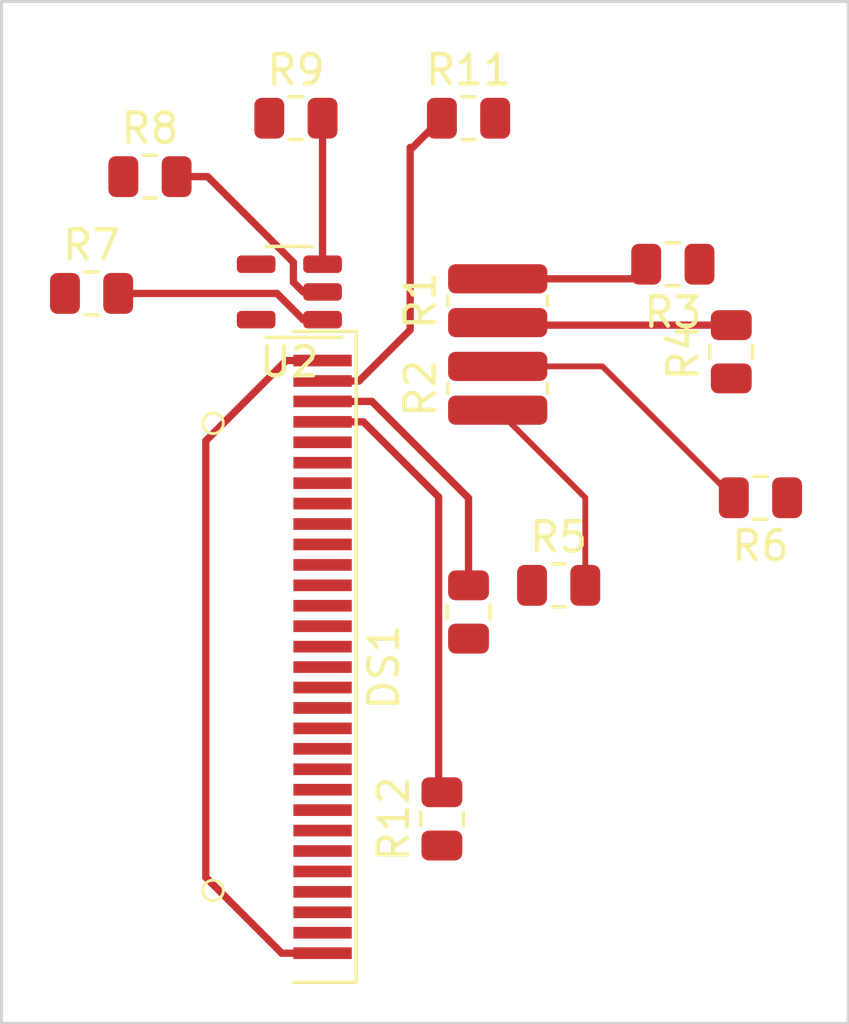
<source format=kicad_pcb>
(kicad_pcb (version 20240108) (generator "pcbnew") (generator_version "8.0")
  (layers (0 "F.Cu" signal) (31 "B.Cu" signal) (34 "B.Paste" user) (35 "F.Paste" user) (36 "B.SilkS" user "B.Silkscreen") (37 "F.SilkS" user "F.Silkscreen") (38 "B.Mask" user) (39 "F.Mask" user) (44 "Edge.Cuts" user))
  (net 0 "")
  (net 3 "Net-(DS1-GND-Pad1)")
  (net 29 "Net-(DS1-VCOMH)")
  (net 30 "Net-(DS1-VCC)")
  (net 31 "Net-(DS1-VLSS)")
  (net 32 "Net-(R1-Pad1)")
  (net 33 "Net-(R1-Pad2)")
  (net 34 "Net-(R2-Pad1)")
  (net 35 "Net-(R2-Pad2)")
  (net 41 "Net-(U2--)")
  (net 43 "Net-(U2-V-)")
  (net 45 "Net-(U2-+)")
  (footprint "Resistor_SMD:R_0805_2012Metric" (layer "F.Cu") (at 46 41)
    (property "Reference" "R11" (at 0 -1.65 0) (layer "F.SilkS"))
    (property "Value" "R")
    (fp_line (start -0.227064 -0.735) (end 0.227064 -0.735) (stroke (width 0.12)) (layer "F.SilkS"))
    (fp_line (start -0.227064 0.735) (end 0.227064 0.735) (stroke (width 0.12)) (layer "F.SilkS"))
    (pad "1" smd roundrect (at -0.9125 0) (size 1.025 1.4) (layers "F.Cu" "F.Paste" "F.Mask") (roundrect_rratio 0.243902) (net 31 "Net-(DS1-VLSS)"))
    (pad "2" smd roundrect (at 0.9125 0) (size 1.025 1.4) (layers "F.Cu" "F.Paste" "F.Mask") (roundrect_rratio 0.243902))
  )
  (footprint "Resistor_SMD:R_0612_1632Metric" (layer "F.Cu") (at 47 47.25 90)
    (property "Reference" "R1" (at 0 -2.65 90) (layer "F.SilkS"))
    (property "Value" "R")
    (fp_line (start -0.182983 -1.71) (end 0.182983 -1.71) (stroke (width 0.12)) (layer "F.SilkS"))
    (fp_line (start -0.182983 1.71) (end 0.182983 1.71) (stroke (width 0.12)) (layer "F.SilkS"))
    (pad "1" smd roundrect (at -0.75 0 90) (size 1 3.4) (layers "F.Cu" "F.Paste" "F.Mask") (net 32 "Net-(R1-Pad1)"))
    (pad "2" smd roundrect (at 0.75 0 90) (size 1 3.4) (layers "F.Cu" "F.Paste" "F.Mask") (net 33 "Net-(R1-Pad2)"))
  )
  (footprint "Package_TO_SOT_SMD:SOT-23-5" (layer "F.Cu") (at 39.8625 46.95 180)
    (property "Reference" "U2" (at 0 -2.4 0) (layer "F.SilkS"))
    (property "Value" "LM397")
    (fp_line (start 0 1.56) (end 0.8 1.56) (stroke (width 0.12)) (layer "F.SilkS"))
    (fp_line (start 0 1.56) (end -0.8 1.56) (stroke (width 0.12)) (layer "F.SilkS"))
    (fp_line (start 0 -1.56) (end 0.8 -1.56) (stroke (width 0.12)) (layer "F.SilkS"))
    (fp_line (start 0 -1.56) (end -1.8 -1.56) (stroke (width 0.12)) (layer "F.SilkS"))
    (pad "1" smd roundrect (at -1.1375 -0.95 180) (size 1.325 0.6) (layers "F.Cu" "F.Paste" "F.Mask") (net 41 "Net-(U2--)"))
    (pad "2" smd roundrect (at -1.1375 0 180) (size 1.325 0.6) (layers "F.Cu" "F.Paste" "F.Mask") (net 43 "Net-(U2-V-)"))
    (pad "3" smd roundrect (at -1.1375 0.95 180) (size 1.325 0.6) (layers "F.Cu" "F.Paste" "F.Mask") (net 45 "Net-(U2-+)"))
    (pad "4" smd roundrect (at 1.1375 0.95 180) (size 1.325 0.6) (layers "F.Cu" "F.Paste" "F.Mask"))
    (pad "5" smd roundrect (at 1.1375 -0.95 180) (size 1.325 0.6) (layers "F.Cu" "F.Paste" "F.Mask"))
  )
  (footprint "Resistor_SMD:R_0805_2012Metric" (layer "F.Cu") (at 33.0875 47)
    (property "Reference" "R7" (at 0 -1.65 0) (layer "F.SilkS"))
    (property "Value" "R")
    (fp_line (start -0.227064 -0.735) (end 0.227064 -0.735) (stroke (width 0.12)) (layer "F.SilkS"))
    (fp_line (start -0.227064 0.735) (end 0.227064 0.735) (stroke (width 0.12)) (layer "F.SilkS"))
    (pad "1" smd roundrect (at -0.9125 0) (size 1.025 1.4) (layers "F.Cu" "F.Paste" "F.Mask") (roundrect_rratio 0.243902))
    (pad "2" smd roundrect (at 0.9125 0) (size 1.025 1.4) (layers "F.Cu" "F.Paste" "F.Mask") (roundrect_rratio 0.243902) (net 41 "Net-(U2--)"))
  )
  (footprint "Resistor_SMD:R_0805_2012Metric" (layer "F.Cu") (at 40.0875 41)
    (property "Reference" "R9" (at 0 -1.65 0) (layer "F.SilkS"))
    (property "Value" "R")
    (fp_line (start -0.227064 -0.735) (end 0.227064 -0.735) (stroke (width 0.12)) (layer "F.SilkS"))
    (fp_line (start -0.227064 0.735) (end 0.227064 0.735) (stroke (width 0.12)) (layer "F.SilkS"))
    (pad "1" smd roundrect (at -0.9125 0) (size 1.025 1.4) (layers "F.Cu" "F.Paste" "F.Mask") (roundrect_rratio 0.243902))
    (pad "2" smd roundrect (at 0.9125 0) (size 1.025 1.4) (layers "F.Cu" "F.Paste" "F.Mask") (roundrect_rratio 0.243902) (net 45 "Net-(U2-+)"))
  )
  (footprint "Resistor_SMD:R_0612_1632Metric" (layer "F.Cu") (at 47 50.25 90)
    (property "Reference" "R2" (at 0 -2.65 90) (layer "F.SilkS"))
    (property "Value" "R")
    (fp_line (start -0.182983 -1.71) (end 0.182983 -1.71) (stroke (width 0.12)) (layer "F.SilkS"))
    (fp_line (start -0.182983 1.71) (end 0.182983 1.71) (stroke (width 0.12)) (layer "F.SilkS"))
    (pad "1" smd roundrect (at -0.75 0 90) (size 1 3.4) (layers "F.Cu" "F.Paste" "F.Mask") (net 34 "Net-(R2-Pad1)"))
    (pad "2" smd roundrect (at 0.75 0 90) (size 1 3.4) (layers "F.Cu" "F.Paste" "F.Mask") (net 35 "Net-(R2-Pad2)"))
  )
  (footprint "Resistor_SMD:R_0805_2012Metric" (layer "F.Cu") (at 56 54 180)
    (property "Reference" "R6" (at 0 -1.65 0) (layer "F.SilkS"))
    (property "Value" "R")
    (fp_line (start -0.227064 0.735) (end 0.227064 0.735) (stroke (width 0.12)) (layer "F.SilkS"))
    (fp_line (start -0.227064 -0.735) (end 0.227064 -0.735) (stroke (width 0.12)) (layer "F.SilkS"))
    (pad "1" smd roundrect (at -0.9125 0 180) (size 1.025 1.4) (layers "F.Cu" "F.Paste" "F.Mask") (roundrect_rratio 0.243902))
    (pad "2" smd roundrect (at 0.9125 0 180) (size 1.025 1.4) (layers "F.Cu" "F.Paste" "F.Mask") (roundrect_rratio 0.243902) (net 35 "Net-(R2-Pad2)"))
  )
  (footprint "Resistor_SMD:R_0805_2012Metric" (layer "F.Cu") (at 45.0875 65 90)
    (property "Reference" "R12" (at 0 -1.65 90) (layer "F.SilkS"))
    (property "Value" "R")
    (fp_line (start -0.227064 -0.735) (end 0.227064 -0.735) (stroke (width 0.12)) (layer "F.SilkS"))
    (fp_line (start -0.227064 0.735) (end 0.227064 0.735) (stroke (width 0.12)) (layer "F.SilkS"))
    (pad "1" smd roundrect (at -0.9125 0 90) (size 1.025 1.4) (layers "F.Cu" "F.Paste" "F.Mask") (roundrect_rratio 0.243902))
    (pad "2" smd roundrect (at 0.9125 0 90) (size 1.025 1.4) (layers "F.Cu" "F.Paste" "F.Mask") (roundrect_rratio 0.243902) (net 29 "Net-(DS1-VCOMH)"))
  )
  (footprint "Resistor_SMD:R_0805_2012Metric" (layer "F.Cu") (at 35.0875 43)
    (property "Reference" "R8" (at 0 -1.65 0) (layer "F.SilkS"))
    (property "Value" "R")
    (fp_line (start -0.227064 -0.735) (end 0.227064 -0.735) (stroke (width 0.12)) (layer "F.SilkS"))
    (fp_line (start -0.227064 0.735) (end 0.227064 0.735) (stroke (width 0.12)) (layer "F.SilkS"))
    (pad "1" smd roundrect (at -0.9125 0) (size 1.025 1.4) (layers "F.Cu" "F.Paste" "F.Mask") (roundrect_rratio 0.243902))
    (pad "2" smd roundrect (at 0.9125 0) (size 1.025 1.4) (layers "F.Cu" "F.Paste" "F.Mask") (roundrect_rratio 0.243902) (net 43 "Net-(U2-V-)"))
  )
  (footprint "Resistor_SMD:R_0805_2012Metric" (layer "F.Cu") (at 53 46 180)
    (property "Reference" "R3" (at 0 -1.65 0) (layer "F.SilkS"))
    (property "Value" "R")
    (fp_line (start -0.227064 0.735) (end 0.227064 0.735) (stroke (width 0.12)) (layer "F.SilkS"))
    (fp_line (start -0.227064 -0.735) (end 0.227064 -0.735) (stroke (width 0.12)) (layer "F.SilkS"))
    (pad "1" smd roundrect (at -0.9125 0 180) (size 1.025 1.4) (layers "F.Cu" "F.Paste" "F.Mask") (roundrect_rratio 0.243902))
    (pad "2" smd roundrect (at 0.9125 0 180) (size 1.025 1.4) (layers "F.Cu" "F.Paste" "F.Mask") (roundrect_rratio 0.243902) (net 33 "Net-(R1-Pad2)"))
  )
  (footprint "Display:OLED-128O064D" (layer "F.Cu") (at 41 59.45 90)
    (property "Reference" "DS1" (at -0.35 2.1 90) (layer "F.SilkS"))
    (property "Value" "OLED-128O064D")
    (fp_line (start -11.15 -1) (end -11.15 1.15) (stroke (width 0.12)) (layer "F.SilkS"))
    (fp_line (start 11.15 1.15) (end 11.15 -1) (stroke (width 0.12)) (layer "F.SilkS"))
    (fp_line (start -11.15 1.15) (end 11.15 1.15) (stroke (width 0.12)) (layer "F.SilkS"))
    (fp_circle (center 8 -3.75) (end 8.35 -3.75) (stroke (width 0.1)) (fill none) (layer "F.SilkS"))
    (fp_circle (center -8 -3.75) (end -7.65 -3.75) (stroke (width 0.1)) (fill none) (layer "F.SilkS"))
    (pad "1" smd rect (at -10.15 0 90) (size 0.4 2) (layers "F.Cu" "F.Paste" "F.Mask") (net 3 "Net-(DS1-GND-Pad1)"))
    (pad "2" smd rect (at -9.45 0 90) (size 0.4 2) (layers "F.Cu" "F.Paste" "F.Mask"))
    (pad "3" smd rect (at -8.75 0 90) (size 0.4 2) (layers "F.Cu" "F.Paste" "F.Mask"))
    (pad "4" smd rect (at -8.05 0 90) (size 0.4 2) (layers "F.Cu" "F.Paste" "F.Mask"))
    (pad "5" smd rect (at -7.35 0 90) (size 0.4 2) (layers "F.Cu" "F.Paste" "F.Mask"))
    (pad "6" smd rect (at -6.65 0 90) (size 0.4 2) (layers "F.Cu" "F.Paste" "F.Mask"))
    (pad "7" smd rect (at -5.95 0 90) (size 0.4 2) (layers "F.Cu" "F.Paste" "F.Mask"))
    (pad "8" smd rect (at -5.25 0 90) (size 0.4 2) (layers "F.Cu" "F.Paste" "F.Mask"))
    (pad "9" smd rect (at -4.55 0 90) (size 0.4 2) (layers "F.Cu" "F.Paste" "F.Mask"))
    (pad "10" smd rect (at -3.85 0 90) (size 0.4 2) (layers "F.Cu" "F.Paste" "F.Mask"))
    (pad "11" smd rect (at -3.15 0 90) (size 0.4 2) (layers "F.Cu" "F.Paste" "F.Mask"))
    (pad "12" smd rect (at -2.45 0 90) (size 0.4 2) (layers "F.Cu" "F.Paste" "F.Mask"))
    (pad "13" smd rect (at -1.75 0 90) (size 0.4 2) (layers "F.Cu" "F.Paste" "F.Mask"))
    (pad "14" smd rect (at -1.05 0 90) (size 0.4 2) (layers "F.Cu" "F.Paste" "F.Mask"))
    (pad "15" smd rect (at -0.35 0 90) (size 0.4 2) (layers "F.Cu" "F.Paste" "F.Mask"))
    (pad "16" smd rect (at 0.35 0 90) (size 0.4 2) (layers "F.Cu" "F.Paste" "F.Mask"))
    (pad "17" smd rect (at 1.05 0 90) (size 0.4 2) (layers "F.Cu" "F.Paste" "F.Mask"))
    (pad "18" smd rect (at 1.75 0 90) (size 0.4 2) (layers "F.Cu" "F.Paste" "F.Mask"))
    (pad "19" smd rect (at 2.45 0 90) (size 0.4 2) (layers "F.Cu" "F.Paste" "F.Mask"))
    (pad "20" smd rect (at 3.15 0 90) (size 0.4 2) (layers "F.Cu" "F.Paste" "F.Mask"))
    (pad "21" smd rect (at 3.85 0 90) (size 0.4 2) (layers "F.Cu" "F.Paste" "F.Mask"))
    (pad "22" smd rect (at 4.55 0 90) (size 0.4 2) (layers "F.Cu" "F.Paste" "F.Mask"))
    (pad "23" smd rect (at 5.25 0 90) (size 0.4 2) (layers "F.Cu" "F.Paste" "F.Mask"))
    (pad "24" smd rect (at 5.95 0 90) (size 0.4 2) (layers "F.Cu" "F.Paste" "F.Mask"))
    (pad "25" smd rect (at 6.65 0 90) (size 0.4 2) (layers "F.Cu" "F.Paste" "F.Mask"))
    (pad "26" smd rect (at 7.35 0 90) (size 0.4 2) (layers "F.Cu" "F.Paste" "F.Mask"))
    (pad "27" smd rect (at 8.05 0 90) (size 0.4 2) (layers "F.Cu" "F.Paste" "F.Mask") (net 29 "Net-(DS1-VCOMH)"))
    (pad "28" smd rect (at 8.75 0 90) (size 0.4 2) (layers "F.Cu" "F.Paste" "F.Mask") (net 30 "Net-(DS1-VCC)"))
    (pad "29" smd rect (at 9.45 0 90) (size 0.4 2) (layers "F.Cu" "F.Paste" "F.Mask") (net 31 "Net-(DS1-VLSS)"))
    (pad "30" smd rect (at 10.15 0 90) (size 0.4 2) (layers "F.Cu" "F.Paste" "F.Mask") (net 3 "Net-(DS1-GND-Pad1)"))
  )
  (footprint "Resistor_SMD:R_0805_2012Metric" (layer "F.Cu") (at 49.0875 57)
    (property "Reference" "R5" (at 0 -1.65 0) (layer "F.SilkS"))
    (property "Value" "R")
    (fp_line (start -0.227064 -0.735) (end 0.227064 -0.735) (stroke (width 0.12)) (layer "F.SilkS"))
    (fp_line (start -0.227064 0.735) (end 0.227064 0.735) (stroke (width 0.12)) (layer "F.SilkS"))
    (pad "1" smd roundrect (at -0.9125 0) (size 1.025 1.4) (layers "F.Cu" "F.Paste" "F.Mask") (roundrect_rratio 0.243902))
    (pad "2" smd roundrect (at 0.9125 0) (size 1.025 1.4) (layers "F.Cu" "F.Paste" "F.Mask") (roundrect_rratio 0.243902) (net 34 "Net-(R2-Pad1)"))
  )
  (footprint "Resistor_SMD:R_0805_2012Metric" (layer "F.Cu") (at 46 57.9125 -90)
    (property "Reference" "R10" (hide yes))
    (property "Value" "R")
    (fp_line (start -0.227064 0.735) (end 0.227064 0.735) (stroke (width 0.12)) (layer "F.SilkS"))
    (fp_line (start -0.227064 -0.735) (end 0.227064 -0.735) (stroke (width 0.12)) (layer "F.SilkS"))
    (pad "1" smd roundrect (at -0.9125 0 270) (size 1.025 1.4) (layers "F.Cu" "F.Paste" "F.Mask") (roundrect_rratio 0.243902) (net 30 "Net-(DS1-VCC)"))
    (pad "2" smd roundrect (at 0.9125 0 270) (size 1.025 1.4) (layers "F.Cu" "F.Paste" "F.Mask") (roundrect_rratio 0.243902))
  )
  (footprint "Resistor_SMD:R_0805_2012Metric" (layer "F.Cu") (at 55 49 90)
    (property "Reference" "R4" (at 0 -1.65 90) (layer "F.SilkS"))
    (property "Value" "R")
    (fp_line (start -0.227064 -0.735) (end 0.227064 -0.735) (stroke (width 0.12)) (layer "F.SilkS"))
    (fp_line (start -0.227064 0.735) (end 0.227064 0.735) (stroke (width 0.12)) (layer "F.SilkS"))
    (pad "1" smd roundrect (at -0.9125 0 90) (size 1.025 1.4) (layers "F.Cu" "F.Paste" "F.Mask") (roundrect_rratio 0.243902))
    (pad "2" smd roundrect (at 0.9125 0 90) (size 1.025 1.4) (layers "F.Cu" "F.Paste" "F.Mask") (roundrect_rratio 0.243902) (net 32 "Net-(R1-Pad1)"))
  )
  (gr_rect (start 30 37) (end 59 72) (stroke (width 0.1)) (fill none) (layer "Edge.Cuts"))
  (segment (start 37 67) (end 39.6 69.6) (width 0.25) (layer "F.Cu") (net 3))
  (segment (start 39.6 69.6) (end 41 69.6) (width 0.25) (layer "F.Cu") (net 3))
  (segment (start 41 49.3) (end 39.75 49.3) (width 0.25) (layer "F.Cu") (net 3))
  (segment (start 39.75 49.3) (end 37 52.05) (width 0.25) (layer "F.Cu") (net 3))
  (segment (start 37 52.05) (end 37 67) (width 0.25) (layer "F.Cu") (net 3))
  (segment (start 44.975 53.975) (end 42.4 51.4) (width 0.25) (layer "F.Cu") (net 29))
  (segment (start 45.0875 64.0875) (end 44.975 63.975) (width 0.25) (layer "F.Cu") (net 29))
  (segment (start 42.4 51.4) (end 41 51.4) (width 0.25) (layer "F.Cu") (net 29))
  (segment (start 44.975 63.975) (end 44.975 53.975) (width 0.25) (layer "F.Cu") (net 29))
  (segment (start 46 54.0098) (end 42.6902 50.7) (width 0.25) (layer "F.Cu") (net 30))
  (segment (start 46 57) (end 46 54.0098) (width 0.25) (layer "F.Cu") (net 30))
  (segment (start 42.6902 50.7) (end 41 50.7) (width 0.25) (layer "F.Cu") (net 30))
  (segment (start 42.25 50) (end 44 48.25) (width 0.25) (layer "F.Cu") (net 31))
  (segment (start 41 50) (end 42.25 50) (width 0.25) (layer "F.Cu") (net 31))
  (segment (start 44.0875 42) (end 45.0875 41) (width 0.25) (layer "F.Cu") (net 31))
  (segment (start 44 42) (end 44.0875 42) (width 0.25) (layer "F.Cu") (net 31))
  (segment (start 44 48.25) (end 44 42) (width 0.25) (layer "F.Cu") (net 31))
  (segment (start 48 48) (end 48.0875 48.0875) (width 0.25) (layer "F.Cu") (net 32))
  (segment (start 47 48) (end 48 48) (width 0.25) (layer "F.Cu") (net 32))
  (segment (start 48.0875 48.0875) (end 55 48.0875) (width 0.25) (layer "F.Cu") (net 32))
  (segment (start 54.9125 48) (end 55 48.0875) (width 0.25) (layer "F.Cu") (net 32))
  (segment (start 51.5875 46.5) (end 52.0875 46) (width 0.25) (layer "F.Cu") (net 33))
  (segment (start 47 46.5) (end 51.5875 46.5) (width 0.25) (layer "F.Cu") (net 33))
  (segment (start 47 51) (end 50 54) (width 0.2) (layer "F.Cu") (net 34))
  (segment (start 50 54) (end 50 57) (width 0.2) (layer "F.Cu") (net 34))
  (segment (start 50.5875 49.5) (end 47 49.5) (width 0.2) (layer "F.Cu") (net 35))
  (segment (start 55.0875 54) (end 50.5875 49.5) (width 0.2) (layer "F.Cu") (net 35))
  (segment (start 40.337501 47.9) (end 39.437501 47) (width 0.25) (layer "F.Cu") (net 41))
  (segment (start 39.437501 47) (end 34 47) (width 0.25) (layer "F.Cu") (net 41))
  (segment (start 41 47.9) (end 40.337501 47.9) (width 0.25) (layer "F.Cu") (net 41))
  (segment (start 36 43) (end 37.063408 43) (width 0.25) (layer "F.Cu") (net 43))
  (segment (start 40.337501 46.95) (end 41 46.95) (width 0.25) (layer "F.Cu") (net 43))
  (segment (start 40 45.936592) (end 40 46.612499) (width 0.25) (layer "F.Cu") (net 43))
  (segment (start 40 46.612499) (end 40.337501 46.95) (width 0.25) (layer "F.Cu") (net 43))
  (segment (start 37.063408 43) (end 40 45.936592) (width 0.25) (layer "F.Cu") (net 43))
  (segment (start 41 41) (end 41 46) (width 0.25) (layer "F.Cu") (net 45))
)
</source>
